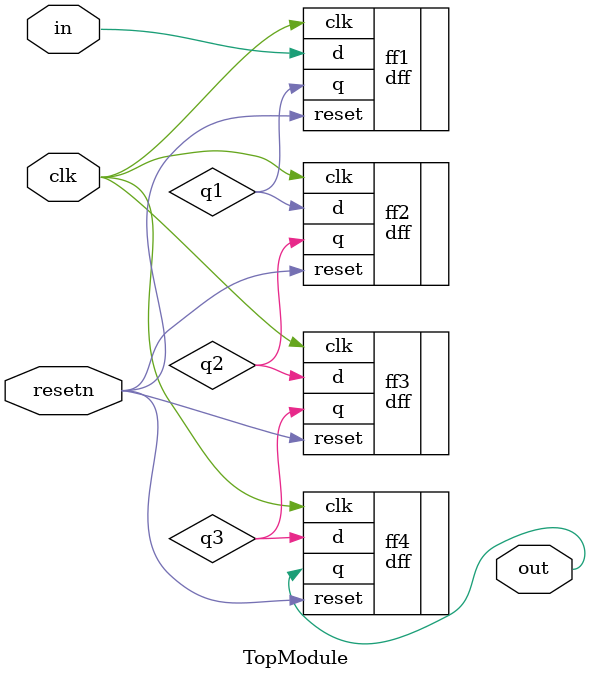
<source format=sv>

module TopModule (
    input clk,
    input resetn,
    input in,
    output out
);

    // Declare four D flip-flops for the shift register stages
    dff ff1 (
        .clk(clk),
        .reset(resetn),  // Active-low reset connected directly
        .d(in),
        .q(q1)
    );

    dff ff2 (
        .clk(clk),
        .reset(resetn),
        .d(q1),
        .q(q2)
    );

    dff ff3 (
        .clk(clk),
        .reset(resetn),
        .d(q2),
        .q(q3)
    );

    dff ff4 (
        .clk(clk),
        .reset(resetn),
        .d(q3),
        .q(out)  // Output is the Q of the last flip-flop
    );

endmodule

// VERILOG-EVAL: errant inclusion of module definition

</source>
